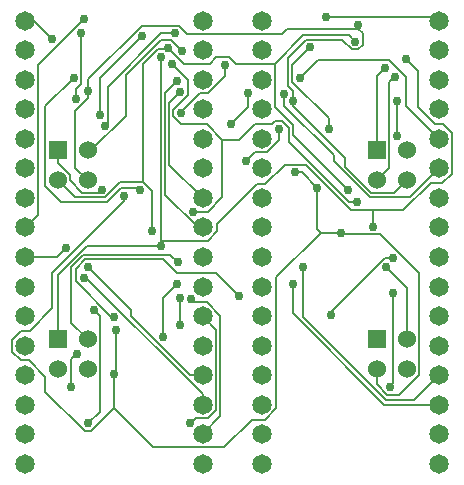
<source format=gbl>
G04 (created by PCBNEW (2013-jul-07)-stable) date Tue 07 Apr 2015 07:11:59 PM PDT*
%MOIN*%
G04 Gerber Fmt 3.4, Leading zero omitted, Abs format*
%FSLAX34Y34*%
G01*
G70*
G90*
G04 APERTURE LIST*
%ADD10C,0.00590551*%
%ADD11R,0.06X0.06*%
%ADD12C,0.06*%
%ADD13C,0.065*%
%ADD14C,0.03*%
%ADD15C,0.007*%
G04 APERTURE END LIST*
G54D10*
G54D11*
X21744Y-24500D03*
G54D12*
X21744Y-25500D03*
X22744Y-24500D03*
X22744Y-25500D03*
G54D11*
X21744Y-30799D03*
G54D12*
X21744Y-31799D03*
X22744Y-30799D03*
X22744Y-31799D03*
G54D11*
X32374Y-24500D03*
G54D12*
X32374Y-25500D03*
X33374Y-24500D03*
X33374Y-25500D03*
G54D11*
X32374Y-30799D03*
G54D12*
X32374Y-31799D03*
X33374Y-30799D03*
X33374Y-31799D03*
G54D13*
X28543Y-28051D03*
X28543Y-29035D03*
X28543Y-30019D03*
X28543Y-31003D03*
X28543Y-31988D03*
X28543Y-32972D03*
X28543Y-33956D03*
X28543Y-34940D03*
X34448Y-34940D03*
X34448Y-33956D03*
X34448Y-32972D03*
X34448Y-31988D03*
X34448Y-31003D03*
X34448Y-30019D03*
X34448Y-29035D03*
X34448Y-28051D03*
X28543Y-20177D03*
X28543Y-21161D03*
X28543Y-22145D03*
X28543Y-23129D03*
X28543Y-24114D03*
X28543Y-25098D03*
X28543Y-26082D03*
X28543Y-27066D03*
X34448Y-27066D03*
X34448Y-26082D03*
X34448Y-25098D03*
X34448Y-24114D03*
X34448Y-23129D03*
X34448Y-22145D03*
X34448Y-21161D03*
X34448Y-20177D03*
X20669Y-28051D03*
X20669Y-29035D03*
X20669Y-30019D03*
X20669Y-31003D03*
X20669Y-31988D03*
X20669Y-32972D03*
X20669Y-33956D03*
X20669Y-34940D03*
X26574Y-34940D03*
X26574Y-33956D03*
X26574Y-32972D03*
X26574Y-31988D03*
X26574Y-31003D03*
X26574Y-30019D03*
X26574Y-29035D03*
X26574Y-28051D03*
X20669Y-20177D03*
X20669Y-21161D03*
X20669Y-22145D03*
X20669Y-23129D03*
X20669Y-24114D03*
X20669Y-25098D03*
X20669Y-26082D03*
X20669Y-27066D03*
X26574Y-27066D03*
X26574Y-26082D03*
X26574Y-25098D03*
X26574Y-24114D03*
X26574Y-23129D03*
X26574Y-22145D03*
X26574Y-21161D03*
X26574Y-20177D03*
G54D14*
X23217Y-25811D03*
X22530Y-20586D03*
X22372Y-22775D03*
X22196Y-32392D03*
X22384Y-31269D03*
X22765Y-33585D03*
X22954Y-29832D03*
X28029Y-24840D03*
X29117Y-23783D03*
X24565Y-20678D03*
X23145Y-23327D03*
X25670Y-20597D03*
X23333Y-23669D03*
X27801Y-29341D03*
X23626Y-30046D03*
X30155Y-21064D03*
X30785Y-23769D03*
X32911Y-28085D03*
X30865Y-29999D03*
X27339Y-21653D03*
X25865Y-23247D03*
X28101Y-22585D03*
X27538Y-23609D03*
X25825Y-30322D03*
X25825Y-29431D03*
X25248Y-30706D03*
X25725Y-28957D03*
X33058Y-24029D03*
X33058Y-22835D03*
X32822Y-32375D03*
X32937Y-29238D03*
X25880Y-21168D03*
X25743Y-28217D03*
X32985Y-22039D03*
X32701Y-28398D03*
X25181Y-21383D03*
X25176Y-27670D03*
X33356Y-21440D03*
X32263Y-27039D03*
X32660Y-21740D03*
X25570Y-21625D03*
X26247Y-26534D03*
X31736Y-26207D03*
X29581Y-22865D03*
X22763Y-22508D03*
X31762Y-20310D03*
X21546Y-20782D03*
X22010Y-27755D03*
X24482Y-25829D03*
X22275Y-22082D03*
X22772Y-28378D03*
X29815Y-22069D03*
X29915Y-28393D03*
X22609Y-28739D03*
X29294Y-22604D03*
X29580Y-28957D03*
X25824Y-22562D03*
X26196Y-29438D03*
X25712Y-22181D03*
X24875Y-27190D03*
X25408Y-21084D03*
X31409Y-25803D03*
X31647Y-20873D03*
X23632Y-31949D03*
X30405Y-25761D03*
X29640Y-25232D03*
X31201Y-27235D03*
X23946Y-26007D03*
X23695Y-30474D03*
X26159Y-33584D03*
X30702Y-20045D03*
X22622Y-20118D03*
G54D15*
X21744Y-24500D02*
X21744Y-24905D01*
X23124Y-25905D02*
X23217Y-25811D01*
X22554Y-25905D02*
X23124Y-25905D01*
X22149Y-25500D02*
X22554Y-25905D01*
X22149Y-25310D02*
X22149Y-25500D01*
X21744Y-24905D02*
X22149Y-25310D01*
X22530Y-22293D02*
X22530Y-20586D01*
X22372Y-22450D02*
X22530Y-22293D01*
X22372Y-22775D02*
X22372Y-22450D01*
X22196Y-31457D02*
X22196Y-32392D01*
X22384Y-31269D02*
X22196Y-31457D01*
X23149Y-30027D02*
X22954Y-29832D01*
X23149Y-33201D02*
X23149Y-30027D01*
X22765Y-33585D02*
X23149Y-33201D01*
X28313Y-24556D02*
X28029Y-24840D01*
X28724Y-24556D02*
X28313Y-24556D01*
X29117Y-24163D02*
X28724Y-24556D01*
X29117Y-23783D02*
X29117Y-24163D01*
X23145Y-22098D02*
X24565Y-20678D01*
X23145Y-23327D02*
X23145Y-22098D01*
X25201Y-20597D02*
X25670Y-20597D01*
X23425Y-22373D02*
X25201Y-20597D01*
X23425Y-23576D02*
X23425Y-22373D01*
X23333Y-23669D02*
X23425Y-23576D01*
X23534Y-30046D02*
X23626Y-30046D01*
X22342Y-28854D02*
X23534Y-30046D01*
X22342Y-28434D02*
X22342Y-28854D01*
X22659Y-28116D02*
X22342Y-28434D01*
X25271Y-28116D02*
X22659Y-28116D01*
X25732Y-28577D02*
X25271Y-28116D01*
X27038Y-28577D02*
X25732Y-28577D01*
X27801Y-29341D02*
X27038Y-28577D01*
X29560Y-21659D02*
X30155Y-21064D01*
X29560Y-22202D02*
X29560Y-21659D01*
X30785Y-23427D02*
X29560Y-22202D01*
X30785Y-23769D02*
X30785Y-23427D01*
X32653Y-28085D02*
X32911Y-28085D01*
X30865Y-29873D02*
X32653Y-28085D01*
X30865Y-29999D02*
X30865Y-29873D01*
X25865Y-23215D02*
X25865Y-23247D01*
X26504Y-22575D02*
X25865Y-23215D01*
X26766Y-22575D02*
X26504Y-22575D01*
X27339Y-22002D02*
X26766Y-22575D01*
X27339Y-21653D02*
X27339Y-22002D01*
X28101Y-23047D02*
X28101Y-22585D01*
X27538Y-23609D02*
X28101Y-23047D01*
X25825Y-30322D02*
X25825Y-29431D01*
X25248Y-29433D02*
X25725Y-28957D01*
X25248Y-30706D02*
X25248Y-29433D01*
X33058Y-24029D02*
X33058Y-22835D01*
X32937Y-32259D02*
X32822Y-32375D01*
X32937Y-29238D02*
X32937Y-32259D01*
X25534Y-20822D02*
X25880Y-21168D01*
X25174Y-20822D02*
X25534Y-20822D01*
X24025Y-21972D02*
X25174Y-20822D01*
X24025Y-23338D02*
X24025Y-21972D01*
X22863Y-24500D02*
X24025Y-23338D01*
X22744Y-24500D02*
X22863Y-24500D01*
X22201Y-30257D02*
X22744Y-30799D01*
X22201Y-28376D02*
X22201Y-30257D01*
X22601Y-27976D02*
X22201Y-28376D01*
X25502Y-27976D02*
X22601Y-27976D01*
X25743Y-28217D02*
X25502Y-27976D01*
X32798Y-22226D02*
X32985Y-22039D01*
X32798Y-25075D02*
X32798Y-22226D01*
X32374Y-25500D02*
X32798Y-25075D01*
X33374Y-29071D02*
X32701Y-28398D01*
X33374Y-30799D02*
X33374Y-29071D01*
X25181Y-21383D02*
X25181Y-27511D01*
X25176Y-27516D02*
X25181Y-27511D01*
X25176Y-27670D02*
X25176Y-27516D01*
X21744Y-28635D02*
X21744Y-30799D01*
X22709Y-27670D02*
X21744Y-28635D01*
X25176Y-27670D02*
X22709Y-27670D01*
X32263Y-26497D02*
X32263Y-27039D01*
X31536Y-26497D02*
X32263Y-26497D01*
X30015Y-24977D02*
X31536Y-26497D01*
X29306Y-24977D02*
X30015Y-24977D01*
X28651Y-25631D02*
X29306Y-24977D01*
X28374Y-25631D02*
X28651Y-25631D01*
X27056Y-26949D02*
X28374Y-25631D01*
X27056Y-27197D02*
X27056Y-26949D01*
X26743Y-27511D02*
X27056Y-27197D01*
X25181Y-27511D02*
X26743Y-27511D01*
X33754Y-21839D02*
X33356Y-21440D01*
X33754Y-23052D02*
X33754Y-21839D01*
X34324Y-23622D02*
X33754Y-23052D01*
X34595Y-23622D02*
X34324Y-23622D01*
X34891Y-23917D02*
X34595Y-23622D01*
X34891Y-25269D02*
X34891Y-23917D01*
X34570Y-25590D02*
X34891Y-25269D01*
X34173Y-25590D02*
X34570Y-25590D01*
X33266Y-26497D02*
X34173Y-25590D01*
X32263Y-26497D02*
X33266Y-26497D01*
X32374Y-24500D02*
X32374Y-24094D01*
X26709Y-23622D02*
X27228Y-24140D01*
X25870Y-23622D02*
X26709Y-23622D01*
X25601Y-23353D02*
X25870Y-23622D01*
X25601Y-23146D02*
X25601Y-23353D01*
X26092Y-22654D02*
X25601Y-23146D01*
X26092Y-22148D02*
X26092Y-22654D01*
X25570Y-21625D02*
X26092Y-22148D01*
X26746Y-26534D02*
X26247Y-26534D01*
X27228Y-26052D02*
X26746Y-26534D01*
X27228Y-24140D02*
X27228Y-26052D01*
X32374Y-22027D02*
X32660Y-21740D01*
X32374Y-24094D02*
X32374Y-22027D01*
X31453Y-26207D02*
X31736Y-26207D01*
X29451Y-24206D02*
X31453Y-26207D01*
X29451Y-23752D02*
X29451Y-24206D01*
X29227Y-23528D02*
X29451Y-23752D01*
X28973Y-23528D02*
X29227Y-23528D01*
X28879Y-23622D02*
X28973Y-23528D01*
X28306Y-23622D02*
X28879Y-23622D01*
X27787Y-24140D02*
X28306Y-23622D01*
X27228Y-24140D02*
X27787Y-24140D01*
X29581Y-23011D02*
X29581Y-22865D01*
X31330Y-24760D02*
X29581Y-23011D01*
X31330Y-25039D02*
X31330Y-24760D01*
X32203Y-25913D02*
X31330Y-25039D01*
X32960Y-25913D02*
X32203Y-25913D01*
X33374Y-25500D02*
X32960Y-25913D01*
X22763Y-22745D02*
X22763Y-22508D01*
X22337Y-23170D02*
X22763Y-22745D01*
X22337Y-25093D02*
X22337Y-23170D01*
X22744Y-25500D02*
X22337Y-25093D01*
X22763Y-22118D02*
X22763Y-22508D01*
X24540Y-20341D02*
X22763Y-22118D01*
X25793Y-20341D02*
X24540Y-20341D01*
X26066Y-20614D02*
X25793Y-20341D01*
X29226Y-20614D02*
X26066Y-20614D01*
X29404Y-20436D02*
X29226Y-20614D01*
X31762Y-20436D02*
X29404Y-20436D01*
X31913Y-20586D02*
X31762Y-20436D01*
X31913Y-20980D02*
X31913Y-20586D01*
X31765Y-21128D02*
X31913Y-20980D01*
X31541Y-21128D02*
X31765Y-21128D01*
X31222Y-20809D02*
X31541Y-21128D01*
X30031Y-20809D02*
X31222Y-20809D01*
X29420Y-21420D02*
X30031Y-20809D01*
X29420Y-22349D02*
X29420Y-21420D01*
X29581Y-22510D02*
X29420Y-22349D01*
X29581Y-22865D02*
X29581Y-22510D01*
X31762Y-20436D02*
X31762Y-20310D01*
X20941Y-20177D02*
X21546Y-20782D01*
X20669Y-20177D02*
X20941Y-20177D01*
X21714Y-28051D02*
X22010Y-27755D01*
X20669Y-28051D02*
X21714Y-28051D01*
X21338Y-23019D02*
X22275Y-22082D01*
X21338Y-25687D02*
X21338Y-23019D01*
X21870Y-26219D02*
X21338Y-25687D01*
X23375Y-26219D02*
X21870Y-26219D01*
X23846Y-25747D02*
X23375Y-26219D01*
X24400Y-25747D02*
X23846Y-25747D01*
X24482Y-25829D02*
X24400Y-25747D01*
X24196Y-29803D02*
X22772Y-28378D01*
X24196Y-30018D02*
X24196Y-29803D01*
X26166Y-31988D02*
X24196Y-30018D01*
X26574Y-31988D02*
X26166Y-31988D01*
X30406Y-21479D02*
X29815Y-22069D01*
X32786Y-21479D02*
X30406Y-21479D01*
X33363Y-22055D02*
X32786Y-21479D01*
X33363Y-23028D02*
X33363Y-22055D01*
X34448Y-24114D02*
X33363Y-23028D01*
X29915Y-30035D02*
X29915Y-28393D01*
X32682Y-32802D02*
X29915Y-30035D01*
X33634Y-32802D02*
X32682Y-32802D01*
X34448Y-31988D02*
X33634Y-32802D01*
X22702Y-28739D02*
X22609Y-28739D01*
X26574Y-32612D02*
X22702Y-28739D01*
X26574Y-32972D02*
X26574Y-32612D01*
X29294Y-23004D02*
X29294Y-22604D01*
X30957Y-24667D02*
X29294Y-23004D01*
X30957Y-24865D02*
X30957Y-24667D01*
X32145Y-26053D02*
X30957Y-24865D01*
X33493Y-26053D02*
X32145Y-26053D01*
X34448Y-25098D02*
X33493Y-26053D01*
X29580Y-29915D02*
X29580Y-28957D01*
X32637Y-32972D02*
X29580Y-29915D01*
X34448Y-32972D02*
X32637Y-32972D01*
X25461Y-24969D02*
X26574Y-26082D01*
X25461Y-22925D02*
X25461Y-24969D01*
X25824Y-22562D02*
X25461Y-22925D01*
X26325Y-29567D02*
X26196Y-29438D01*
X26730Y-29567D02*
X26325Y-29567D01*
X27166Y-30002D02*
X26730Y-29567D01*
X27166Y-33365D02*
X27166Y-30002D01*
X26574Y-33956D02*
X27166Y-33365D01*
X25321Y-22572D02*
X25712Y-22181D01*
X25321Y-25970D02*
X25321Y-22572D01*
X26417Y-27066D02*
X25321Y-25970D01*
X26574Y-27066D02*
X26417Y-27066D01*
X23829Y-25560D02*
X24574Y-25560D01*
X23322Y-26067D02*
X23829Y-25560D01*
X22311Y-26067D02*
X23322Y-26067D01*
X21744Y-25500D02*
X22311Y-26067D01*
X24875Y-25861D02*
X24875Y-27190D01*
X24574Y-25560D02*
X24875Y-25861D01*
X25408Y-21128D02*
X25408Y-21084D01*
X25075Y-21128D02*
X25408Y-21128D01*
X24574Y-21629D02*
X25075Y-21128D01*
X24574Y-25560D02*
X24574Y-21629D01*
X31441Y-20667D02*
X31647Y-20873D01*
X29909Y-20667D02*
X31441Y-20667D01*
X28973Y-21604D02*
X29909Y-20667D01*
X27676Y-21604D02*
X28973Y-21604D01*
X27465Y-21392D02*
X27676Y-21604D01*
X27036Y-21392D02*
X27465Y-21392D01*
X26822Y-21607D02*
X27036Y-21392D01*
X25946Y-21607D02*
X26822Y-21607D01*
X25467Y-21128D02*
X25946Y-21607D01*
X25408Y-21128D02*
X25467Y-21128D01*
X29591Y-23985D02*
X31409Y-25803D01*
X29591Y-23653D02*
X29591Y-23985D01*
X28973Y-23035D02*
X29591Y-23653D01*
X28973Y-21604D02*
X28973Y-23035D01*
X29876Y-25232D02*
X30405Y-25761D01*
X29640Y-25232D02*
X29876Y-25232D01*
X23946Y-26190D02*
X23946Y-26007D01*
X21564Y-28573D02*
X23946Y-26190D01*
X21564Y-29757D02*
X21564Y-28573D01*
X20809Y-30511D02*
X21564Y-29757D01*
X20522Y-30511D02*
X20809Y-30511D01*
X20226Y-30807D02*
X20522Y-30511D01*
X20226Y-31201D02*
X20226Y-30807D01*
X20520Y-31496D02*
X20226Y-31201D01*
X20800Y-31496D02*
X20520Y-31496D01*
X21338Y-32034D02*
X20800Y-31496D01*
X21338Y-32541D02*
X21338Y-32034D01*
X22649Y-33851D02*
X21338Y-32541D01*
X22865Y-33851D02*
X22649Y-33851D01*
X23632Y-33083D02*
X22865Y-33851D01*
X24937Y-34387D02*
X23632Y-33083D01*
X27303Y-34387D02*
X24937Y-34387D01*
X28218Y-33472D02*
X27303Y-34387D01*
X28654Y-33472D02*
X28218Y-33472D01*
X29036Y-33090D02*
X28654Y-33472D01*
X29036Y-28720D02*
X29036Y-33090D01*
X30522Y-27235D02*
X29036Y-28720D01*
X30405Y-27118D02*
X30522Y-27235D01*
X30405Y-25761D02*
X30405Y-27118D01*
X30522Y-27235D02*
X31201Y-27235D01*
X23632Y-31949D02*
X23632Y-33083D01*
X23695Y-31887D02*
X23695Y-30474D01*
X23632Y-31949D02*
X23695Y-31887D01*
X32374Y-32288D02*
X32374Y-31799D01*
X32734Y-32648D02*
X32374Y-32288D01*
X33108Y-32648D02*
X32734Y-32648D01*
X33780Y-31976D02*
X33108Y-32648D01*
X33780Y-28570D02*
X33780Y-31976D01*
X32504Y-27294D02*
X33780Y-28570D01*
X31260Y-27294D02*
X32504Y-27294D01*
X31201Y-27235D02*
X31260Y-27294D01*
X26340Y-33402D02*
X26159Y-33584D01*
X26758Y-33402D02*
X26340Y-33402D01*
X27025Y-33134D02*
X26758Y-33402D01*
X27025Y-30470D02*
X27025Y-33134D01*
X26574Y-30019D02*
X27025Y-30470D01*
X34316Y-20045D02*
X30702Y-20045D01*
X34448Y-20177D02*
X34316Y-20045D01*
X21099Y-26636D02*
X20669Y-27066D01*
X21099Y-21641D02*
X21099Y-26636D01*
X22622Y-20118D02*
X21099Y-21641D01*
M02*

</source>
